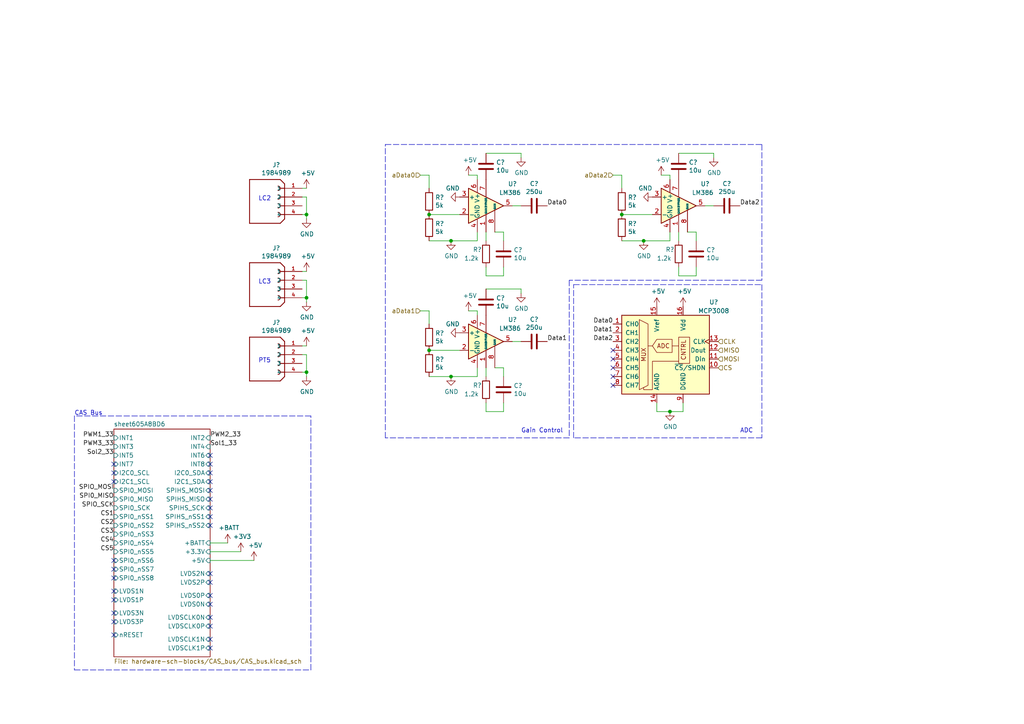
<source format=kicad_sch>
(kicad_sch (version 20211123) (generator eeschema)
  (paper "A4")
  (lib_symbols
    (symbol "Amplifier_Audio:LM386" (pin_names (offset 0.127))
      (property "Reference" "U" (at 1.27 7.62 0))
      (property "Value" "LM386" (at 1.27 5.08 0))
      (symbol "LM386_0_1"
        (polyline (pts (xy 5.08 0) (xy -5.08 5.08) (xy -5.08 -5.08) (xy 5.08 0)) (stroke (width 0.254)) (fill (type background)))
      )
      (symbol "LM386_1_1"
        (pin input line (at 0 -7.62 90) (length 5.08) (name "GAIN") (number "1"))
        (pin input line (at -7.62 -2.54 0) (length 2.54) (name "-") (number "2"))
        (pin input line (at -7.62 2.54 0) (length 2.54) (name "+") (number "3"))
        (pin power_in line (at -2.54 -7.62 90) (length 3.81) (name "GND") (number "4"))
        (pin output line (at 7.62 0 180) (length 2.54) (name "~") (number "5"))
        (pin power_in line (at -2.54 7.62 270) (length 3.81) (name "V+") (number "6"))
        (pin input line (at 0 7.62 270) (length 5.08) (name "BYPASS") (number "7"))
        (pin input line (at 2.54 -7.62 90) (length 6.35) (name "GAIN") (number "8"))
      )
    )
    (symbol "Analog_ADC:MCP3008" (pin_names (offset 1.016))
      (property "Reference" "U" (at -5.08 13.335 0))
      (property "Value" "MCP3008" (at -5.08 11.43 0))
      (symbol "MCP3008_0_0"
        (text "ADC" (at -0.635 1.27 0) (effects (font (size 1.27 1.27))))
        (text "CNTRL" (at 5.969 -2.921 900) (effects (font (size 1.27 1.27)) (justify left bottom)))
        (text "MUX" (at -6.35 -1.27 900) (effects (font (size 1.27 1.27))))
      )
      (symbol "MCP3008_0_1"
        (polyline (pts (xy -3.81 1.27) (xy -5.08 1.27)))
        (polyline (pts (xy 1.905 1.27) (xy 3.81 1.27)))
        (polyline (pts (xy -7.62 8.89) (xy -7.62 -11.43) (xy -5.08 -10.16) (xy -5.08 7.62) (xy -7.62 8.89)))
        (polyline (pts (xy 3.81 -3.175) (xy -3.81 -3.175) (xy -3.81 -11.43) (xy -6.35 -11.43) (xy -6.35 -10.795)))
        (polyline (pts (xy 1.905 3.175) (xy 1.905 -0.635) (xy -2.54 -0.635) (xy -3.81 1.27) (xy -2.54 3.175) (xy 1.905 3.175)))
        (rectangle (start 3.81 -3.81) (end 6.985 3.81))
        (rectangle (start 12.7 -12.7) (end -12.7 10.16) (stroke (width 0.254)) (fill (type background)))
      )
      (symbol "MCP3008_1_1"
        (pin input line (at -15.24 7.62 0) (length 2.54) (name "CH0") (number "1"))
        (pin input line (at 15.24 -5.08 180) (length 2.54) (name "~{CS}/SHDN") (number "10"))
        (pin input line (at 15.24 -2.54 180) (length 2.54) (name "Din") (number "11"))
        (pin output line (at 15.24 0 180) (length 2.54) (name "Dout") (number "12"))
        (pin input clock (at 15.24 2.54 180) (length 2.54) (name "CLK") (number "13"))
        (pin power_in line (at -2.54 -15.24 90) (length 2.54) (name "AGND") (number "14"))
        (pin power_in line (at -2.54 12.7 270) (length 2.54) (name "Vref") (number "15"))
        (pin power_in line (at 5.08 12.7 270) (length 2.54) (name "Vdd") (number "16"))
        (pin input line (at -15.24 5.08 0) (length 2.54) (name "CH1") (number "2"))
        (pin input line (at -15.24 2.54 0) (length 2.54) (name "CH2") (number "3"))
        (pin input line (at -15.24 0 0) (length 2.54) (name "CH3") (number "4"))
        (pin input line (at -15.24 -2.54 0) (length 2.54) (name "CH4") (number "5"))
        (pin input line (at -15.24 -5.08 0) (length 2.54) (name "CH5") (number "6"))
        (pin input line (at -15.24 -7.62 0) (length 2.54) (name "CH6") (number "7"))
        (pin input line (at -15.24 -10.16 0) (length 2.54) (name "CH7") (number "8"))
        (pin power_in line (at 5.08 -15.24 90) (length 2.54) (name "DGND") (number "9"))
      )
    )
    (symbol "Device:C" (pin_numbers hide) (pin_names (offset 0.254))
      (property "Reference" "C" (at 0.635 2.54 0))
      (property "Value" "C" (at 0.635 -2.54 0))
      (symbol "C_0_1"
        (polyline (pts (xy -2.032 -0.762) (xy 2.032 -0.762)) (stroke (width 0.508)))
        (polyline (pts (xy -2.032 0.762) (xy 2.032 0.762)) (stroke (width 0.508)))
      )
      (symbol "C_1_1"
        (pin passive line (at 0 3.81 270) (length 2.794) (name "~") (number "1"))
        (pin passive line (at 0 -3.81 90) (length 2.794) (name "~") (number "2"))
      )
    )
    (symbol "Device:R" (pin_numbers hide) (pin_names (offset 0))
      (property "Reference" "R" (at 2.032 0 90))
      (property "Value" "R" (at 0 0 90))
      (symbol "R_0_1"
        (rectangle (start -1.016 -2.54) (end 1.016 2.54) (stroke (width 0.254)))
      )
      (symbol "R_1_1"
        (pin passive line (at 0 3.81 270) (length 1.27) (name "~") (number "1"))
        (pin passive line (at 0 -3.81 90) (length 1.27) (name "~") (number "2"))
      )
    )
    (symbol "Prop-rescue:1984989-star-common-lib" (pin_names (offset 1.016))
      (property "Reference" "J" (at -5.08 6.35 0))
      (property "Value" "1984989-star-common-lib" (at -5.08 -8.89 0))
      (symbol "1984989-star-common-lib_0_0"
        (polyline (pts (xy -5.08 -7.62) (xy -5.08 5.08)) (stroke (width 0.254)))
        (polyline (pts (xy -5.08 5.08) (xy 3.81 5.08)) (stroke (width 0.254)))
        (polyline (pts (xy 3.81 -7.62) (xy -5.08 -7.62)) (stroke (width 0.254)))
        (polyline (pts (xy 5.08 -6.35) (xy 3.81 -7.62)) (stroke (width 0.254)))
        (polyline (pts (xy 5.08 -5.08) (xy 3.81 -5.08)) (stroke (width 0.254)))
        (polyline (pts (xy 5.08 -2.54) (xy 3.81 -2.54)) (stroke (width 0.254)))
        (polyline (pts (xy 5.08 0) (xy 3.81 0)) (stroke (width 0.254)))
        (polyline (pts (xy 5.08 2.54) (xy 3.81 2.54)) (stroke (width 0.254)))
        (polyline (pts (xy 5.08 2.54) (xy 5.08 -6.35)) (stroke (width 0.254)))
        (polyline (pts (xy 5.08 3.81) (xy 3.81 5.08)) (stroke (width 0.254)))
        (polyline (pts (xy 5.08 3.81) (xy 5.08 2.54)) (stroke (width 0.254)))
        (arc (start 3.175 -5.715) (mid 3.81 -5.08) (end 3.175 -4.445) (stroke (width 0.254)))
        (arc (start 3.175 -3.175) (mid 3.81 -2.54) (end 3.175 -1.905) (stroke (width 0.254)))
        (arc (start 3.175 -0.635) (mid 3.81 0) (end 3.175 0.635) (stroke (width 0.254)))
        (arc (start 3.175 1.905) (mid 3.81 2.54) (end 3.175 3.175) (stroke (width 0.254)))
        (pin passive line (at 10.16 2.54 180) (length 5.08) (name "1") (number "1"))
        (pin passive line (at 10.16 0 180) (length 5.08) (name "2") (number "2"))
        (pin passive line (at 10.16 -2.54 180) (length 5.08) (name "3") (number "3"))
        (pin passive line (at 10.16 -5.08 180) (length 5.08) (name "4") (number "4"))
      )
    )
    (symbol "power:+3V3" (power) (pin_names (offset 0))
      (property "Value" "+3V3" (at 0 3.556 0))
      (symbol "+3V3_0_1"
        (polyline (pts (xy -0.762 1.27) (xy 0 2.54)))
        (polyline (pts (xy 0 0) (xy 0 2.54)))
        (polyline (pts (xy 0 2.54) (xy 0.762 1.27)))
      )
      (symbol "+3V3_1_1"
        (pin power_in line (at 0 0 90) (length 0) hide (name "+3V3") (number "1"))
      )
    )
    (symbol "power:+5V" (power) (pin_names (offset 0))
      (property "Value" "+5V" (at 0 3.556 0))
      (symbol "+5V_0_1"
        (polyline (pts (xy -0.762 1.27) (xy 0 2.54)))
        (polyline (pts (xy 0 0) (xy 0 2.54)))
        (polyline (pts (xy 0 2.54) (xy 0.762 1.27)))
      )
      (symbol "+5V_1_1"
        (pin power_in line (at 0 0 90) (length 0) hide (name "+5V") (number "1"))
      )
    )
    (symbol "power:+BATT" (power) (pin_names (offset 0))
      (property "Value" "+BATT" (at 0 3.556 0))
      (symbol "+BATT_0_1"
        (polyline (pts (xy -0.762 1.27) (xy 0 2.54)))
        (polyline (pts (xy 0 0) (xy 0 2.54)))
        (polyline (pts (xy 0 2.54) (xy 0.762 1.27)))
      )
      (symbol "+BATT_1_1"
        (pin power_in line (at 0 0 90) (length 0) hide (name "+BATT") (number "1"))
      )
    )
    (symbol "power:GND" (power) (pin_names (offset 0))
      (property "Value" "GND" (at 0 -3.81 0))
      (symbol "GND_0_1"
        (polyline (pts (xy 0 0) (xy 0 -1.27) (xy 1.27 -1.27) (xy 0 -2.54) (xy -1.27 -1.27) (xy 0 -1.27)))
      )
      (symbol "GND_1_1"
        (pin power_in line (at 0 0 270) (length 0) hide (name "GND") (number "1"))
      )
    )
  )
  (junction (at 130.81 109.22))
  (junction (at 180.34 62.23))
  (junction (at 124.46 101.6))
  (junction (at 186.69 69.85))
  (junction (at 88.9 107.95))
  (junction (at 124.46 62.23))
  (junction (at 194.31 119.38))
  (junction (at 130.81 69.85))
  (junction (at 88.9 86.36))
  (junction (at 88.9 62.23))
  (no_connect (at 33.02 137.16))
  (no_connect (at 60.96 187.96))
  (no_connect (at 177.8 104.14))
  (no_connect (at 60.96 134.62))
  (no_connect (at 177.8 111.76))
  (no_connect (at 33.02 167.64))
  (no_connect (at 33.02 173.99))
  (no_connect (at 60.96 144.78))
  (no_connect (at 60.96 147.32))
  (no_connect (at 60.96 181.61))
  (no_connect (at 60.96 175.26))
  (no_connect (at 60.96 137.16))
  (no_connect (at 60.96 168.91))
  (no_connect (at 60.96 149.86))
  (no_connect (at 33.02 180.34))
  (no_connect (at 60.96 139.7))
  (no_connect (at 33.02 171.45))
  (no_connect (at 60.96 152.4))
  (no_connect (at 60.96 185.42))
  (no_connect (at 33.02 184.15))
  (no_connect (at 177.8 106.68))
  (no_connect (at 60.96 166.37))
  (no_connect (at 33.02 162.56))
  (no_connect (at 60.96 179.07))
  (no_connect (at 33.02 134.62))
  (no_connect (at 60.96 142.24))
  (no_connect (at 33.02 177.8))
  (no_connect (at 33.02 139.7))
  (no_connect (at 60.96 132.08))
  (no_connect (at 33.02 165.1))
  (no_connect (at 60.96 172.72))
  (no_connect (at 177.8 101.6))
  (no_connect (at 177.8 109.22))
  (wire (pts (xy 151.13 83.82) (xy 140.97 83.82)))
  (polyline (pts (xy 21.59 194.31) (xy 90.17 194.31)))
  (wire (pts (xy 138.43 67.31) (xy 138.43 69.85)))
  (polyline (pts (xy 90.17 120.65) (xy 21.59 120.65)))
  (wire (pts (xy 138.43 106.68) (xy 138.43 109.22)))
  (wire (pts (xy 88.9 78.74) (xy 87.63 78.74)))
  (wire (pts (xy 135.89 90.17) (xy 138.43 90.17)))
  (wire (pts (xy 199.39 67.31) (xy 201.93 67.31)))
  (wire (pts (xy 60.96 157.48) (xy 66.04 157.48)))
  (wire (pts (xy 198.12 119.38) (xy 198.12 116.84)))
  (wire (pts (xy 88.9 62.23) (xy 88.9 57.15)))
  (wire (pts (xy 140.97 119.38) (xy 140.97 116.84)))
  (polyline (pts (xy 21.59 120.65) (xy 21.59 194.31)))
  (wire (pts (xy 73.66 162.56) (xy 60.96 162.56)))
  (wire (pts (xy 146.05 77.47) (xy 146.05 80.01)))
  (wire (pts (xy 151.13 45.72) (xy 151.13 44.45)))
  (wire (pts (xy 124.46 62.23) (xy 133.35 62.23)))
  (wire (pts (xy 88.9 107.95) (xy 88.9 102.87)))
  (wire (pts (xy 196.85 69.85) (xy 196.85 67.31)))
  (wire (pts (xy 138.43 109.22) (xy 130.81 109.22)))
  (wire (pts (xy 201.93 77.47) (xy 201.93 80.01)))
  (polyline (pts (xy 90.17 194.31) (xy 90.17 120.65)))
  (wire (pts (xy 194.31 119.38) (xy 190.5 119.38)))
  (wire (pts (xy 135.89 50.8) (xy 138.43 50.8)))
  (wire (pts (xy 87.63 86.36) (xy 88.9 86.36)))
  (wire (pts (xy 124.46 50.8) (xy 121.92 50.8)))
  (wire (pts (xy 124.46 101.6) (xy 133.35 101.6)))
  (wire (pts (xy 194.31 69.85) (xy 186.69 69.85)))
  (wire (pts (xy 146.05 67.31) (xy 146.05 69.85)))
  (polyline (pts (xy 220.98 41.91) (xy 220.98 81.28)))
  (wire (pts (xy 151.13 99.06) (xy 148.59 99.06)))
  (wire (pts (xy 180.34 50.8) (xy 177.8 50.8)))
  (wire (pts (xy 151.13 59.69) (xy 148.59 59.69)))
  (polyline (pts (xy 111.76 127) (xy 111.76 41.91)))
  (wire (pts (xy 124.46 50.8) (xy 124.46 54.61)))
  (wire (pts (xy 138.43 90.17) (xy 138.43 91.44)))
  (wire (pts (xy 88.9 87.63) (xy 88.9 86.36)))
  (polyline (pts (xy 165.1 81.28) (xy 165.1 127)))
  (wire (pts (xy 146.05 80.01) (xy 140.97 80.01)))
  (wire (pts (xy 191.77 50.8) (xy 194.31 50.8)))
  (wire (pts (xy 124.46 109.22) (xy 130.81 109.22)))
  (polyline (pts (xy 165.1 127) (xy 111.76 127)))
  (wire (pts (xy 69.85 160.02) (xy 60.96 160.02)))
  (wire (pts (xy 146.05 106.68) (xy 146.05 109.22)))
  (polyline (pts (xy 220.98 82.55) (xy 220.98 127)))
  (wire (pts (xy 143.51 106.68) (xy 146.05 106.68)))
  (wire (pts (xy 138.43 50.8) (xy 138.43 52.07)))
  (wire (pts (xy 196.85 80.01) (xy 196.85 77.47)))
  (wire (pts (xy 207.01 45.72) (xy 207.01 44.45)))
  (wire (pts (xy 140.97 80.01) (xy 140.97 77.47)))
  (wire (pts (xy 140.97 69.85) (xy 140.97 67.31)))
  (wire (pts (xy 88.9 100.33) (xy 87.63 100.33)))
  (wire (pts (xy 180.34 50.8) (xy 180.34 54.61)))
  (wire (pts (xy 140.97 109.22) (xy 140.97 106.68)))
  (wire (pts (xy 88.9 102.87) (xy 87.63 102.87)))
  (wire (pts (xy 180.34 69.85) (xy 186.69 69.85)))
  (wire (pts (xy 146.05 116.84) (xy 146.05 119.38)))
  (wire (pts (xy 124.46 90.17) (xy 124.46 93.98)))
  (wire (pts (xy 88.9 54.61) (xy 87.63 54.61)))
  (wire (pts (xy 194.31 67.31) (xy 194.31 69.85)))
  (polyline (pts (xy 111.76 41.91) (xy 220.98 41.91)))
  (wire (pts (xy 146.05 119.38) (xy 140.97 119.38)))
  (wire (pts (xy 88.9 109.22) (xy 88.9 107.95)))
  (wire (pts (xy 201.93 67.31) (xy 201.93 69.85)))
  (polyline (pts (xy 166.37 82.55) (xy 220.98 82.55)))
  (wire (pts (xy 124.46 69.85) (xy 130.81 69.85)))
  (wire (pts (xy 207.01 44.45) (xy 196.85 44.45)))
  (wire (pts (xy 194.31 119.38) (xy 198.12 119.38)))
  (wire (pts (xy 201.93 80.01) (xy 196.85 80.01)))
  (wire (pts (xy 88.9 81.28) (xy 87.63 81.28)))
  (wire (pts (xy 190.5 119.38) (xy 190.5 116.84)))
  (wire (pts (xy 180.34 62.23) (xy 189.23 62.23)))
  (wire (pts (xy 87.63 62.23) (xy 88.9 62.23)))
  (polyline (pts (xy 166.37 127) (xy 166.37 82.55)))
  (wire (pts (xy 207.01 59.69) (xy 204.47 59.69)))
  (wire (pts (xy 138.43 69.85) (xy 130.81 69.85)))
  (polyline (pts (xy 220.98 81.28) (xy 165.1 81.28)))
  (wire (pts (xy 88.9 63.5) (xy 88.9 62.23)))
  (wire (pts (xy 124.46 90.17) (xy 121.92 90.17)))
  (wire (pts (xy 87.63 107.95) (xy 88.9 107.95)))
  (wire (pts (xy 88.9 57.15) (xy 87.63 57.15)))
  (wire (pts (xy 151.13 44.45) (xy 140.97 44.45)))
  (polyline (pts (xy 220.98 127) (xy 166.37 127)))
  (wire (pts (xy 151.13 85.09) (xy 151.13 83.82)))
  (wire (pts (xy 143.51 67.31) (xy 146.05 67.31)))
  (wire (pts (xy 88.9 86.36) (xy 88.9 81.28)))
  (wire (pts (xy 194.31 50.8) (xy 194.31 52.07)))
  (text "CAS Bus" (at 21.59 120.65 0) (effects (font (size 1.27 1.27)) (justify left bottom)))
  (text "LC2" (at 74.93 58.42 0) (effects (font (size 1.27 1.27)) (justify left bottom)))
  (text "Gain Control" (at 151.13 125.73 0) (effects (font (size 1.27 1.27)) (justify left bottom)))
  (text "ADC" (at 214.63 125.73 0) (effects (font (size 1.27 1.27)) (justify left bottom)))
  (text "PT5" (at 74.93 105.41 0) (effects (font (size 1.27 1.27)) (justify left bottom)))
  (text "LC3" (at 74.93 82.55 0) (effects (font (size 1.27 1.27)) (justify left bottom)))
  (label "CS4" (at 33.02 157.48 180))
  (label "Data0" (at 158.75 59.69 0))
  (label "CS2" (at 33.02 152.4 180))
  (label "Data0" (at 177.8 93.98 180))
  (label "Sol1_33" (at 60.96 129.54 0))
  (label "PWM1_33" (at 33.02 127 180))
  (label "Sol2_33" (at 33.02 132.08 180))
  (label "Data1" (at 177.8 96.52 180))
  (label "CS3" (at 33.02 154.94 180))
  (label "Data2" (at 177.8 99.06 180))
  (label "SPI0_MISO" (at 33.02 144.78 180))
  (label "Data1" (at 158.75 99.06 0))
  (label "PWM3_33" (at 33.02 129.54 180))
  (label "Data2" (at 214.63 59.69 0))
  (label "SPIO_SCK" (at 33.02 147.32 180))
  (label "SPIO_MOSI" (at 33.02 142.24 180))
  (label "CS1" (at 33.02 149.86 180))
  (label "PWM2_33" (at 60.96 127 0))
  (label "CS5" (at 33.02 160.02 180))
  (hierarchical_label "CLK" (shape input) (at 208.28 99.06 0))
  (hierarchical_label "MOSI" (shape input) (at 208.28 104.14 0))
  (hierarchical_label "aData0" (shape input) (at 121.92 50.8 180))
  (hierarchical_label "aData2" (shape input) (at 177.8 50.8 180))
  (hierarchical_label "CS" (shape input) (at 208.28 106.68 0))
  (hierarchical_label "aData1" (shape input) (at 121.92 90.17 180))
  (hierarchical_label "MISO" (shape input) (at 208.28 101.6 0))
  (symbol (lib_id "Amplifier_Audio:LM386") (at 140.97 59.69 0) (unit 1)
    (property "Reference" "U?" (at 147.32 53.34 0) (effects (justify left)))
    (property "Value" "LM386" (at 144.78 55.88 0) (effects (justify left)))
    (property "Footprint" "Package_SO:SOIC-8_3.9x4.9mm_P1.27mm" (effects hide))
    (property "Datasheet" "http://www.ti.com/lit/ds/symlink/lm386.pdf" (effects hide))
  )
  (symbol (lib_id "Device:R") (at 124.46 66.04 0) (unit 1)
    (property "Reference" "R?" (at 126.238 64.8716 0) (effects (justify left)))
    (property "Value" "5k" (at 126.238 67.183 0) (effects (justify left)))
    (property "Footprint" "Resistor_SMD:R_0603_1608Metric" (effects hide))
  )
  (symbol (lib_id "power:+5V") (at 191.77 50.8 0) (unit 1)
    (property "Reference" "#PWR?" (effects hide))
    (property "Value" "+5V" (at 192.151 46.4058 0))
  )
  (symbol (lib_id "power:+5V") (at 73.66 162.56 0) (unit 1)
    (property "Reference" "#PWR?" (effects hide))
    (property "Value" "+5V" (at 74.041 158.1658 0))
  )
  (symbol (lib_id "Device:C") (at 154.94 99.06 270) (unit 1)
    (property "Reference" "C?" (at 154.94 92.6592 90))
    (property "Value" "250u" (at 154.94 94.9706 90))
    (property "Footprint" "Capacitor_SMD:C_0603_1608Metric" (effects hide))
  )
  (symbol (lib_id "Device:R") (at 140.97 73.66 0) (unit 1)
    (property "Reference" "R?" (at 137.16 72.39 0) (effects (justify left)))
    (property "Value" "1.2k" (at 134.62 74.93 0) (effects (justify left)))
    (property "Footprint" "Resistor_SMD:R_0603_1608Metric" (effects hide))
  )
  (symbol (lib_id "power:GND") (at 189.23 57.15 270) (unit 1)
    (property "Reference" "#PWR?" (effects hide))
    (property "Value" "GND" (at 189.23 54.61 90) (effects (justify right)))
  )
  (symbol (lib_id "power:GND") (at 194.31 119.38 0) (unit 1)
    (property "Reference" "#PWR?" (effects hide))
    (property "Value" "GND" (at 194.437 123.7742 0))
  )
  (symbol (lib_id "power:GND") (at 151.13 45.72 0) (unit 1)
    (property "Reference" "#PWR?" (effects hide))
    (property "Value" "GND" (at 151.257 50.1142 0))
  )
  (symbol (lib_id "power:GND") (at 133.35 96.52 270) (unit 1)
    (property "Reference" "#PWR?" (effects hide))
    (property "Value" "GND" (at 133.35 93.98 90) (effects (justify right)))
  )
  (symbol (lib_id "power:+5V") (at 88.9 54.61 0) (unit 1)
    (property "Reference" "#PWR?" (effects hide))
    (property "Value" "+5V" (at 89.281 50.2158 0))
  )
  (symbol (lib_id "power:+5V") (at 190.5 88.9 0) (unit 1)
    (property "Reference" "#PWR?" (effects hide))
    (property "Value" "+5V" (at 190.881 84.5058 0))
  )
  (symbol (lib_id "Amplifier_Audio:LM386") (at 140.97 99.06 0) (unit 1)
    (property "Reference" "U?" (at 147.32 92.71 0) (effects (justify left)))
    (property "Value" "LM386" (at 144.78 95.25 0) (effects (justify left)))
    (property "Footprint" "Package_SO:SOIC-8_3.9x4.9mm_P1.27mm" (effects hide))
    (property "Datasheet" "http://www.ti.com/lit/ds/symlink/lm386.pdf" (effects hide))
  )
  (symbol (lib_id "power:GND") (at 88.9 87.63 0) (unit 1)
    (property "Reference" "#PWR?" (effects hide))
    (property "Value" "GND" (at 89.027 92.0242 0))
  )
  (symbol (lib_id "power:GND") (at 186.69 69.85 0) (unit 1)
    (property "Reference" "#PWR?" (effects hide))
    (property "Value" "GND" (at 186.817 74.2442 0))
  )
  (symbol (lib_id "power:GND") (at 151.13 85.09 0) (unit 1)
    (property "Reference" "#PWR?" (effects hide))
    (property "Value" "GND" (at 151.257 89.4842 0))
  )
  (symbol (lib_id "Device:R") (at 180.34 58.42 0) (unit 1)
    (property "Reference" "R?" (at 182.118 57.2516 0) (effects (justify left)))
    (property "Value" "5k" (at 182.118 59.563 0) (effects (justify left)))
    (property "Footprint" "Resistor_SMD:R_0603_1608Metric" (effects hide))
  )
  (symbol (lib_id "Device:C") (at 140.97 87.63 0) (unit 1)
    (property "Reference" "C?" (at 143.891 86.4616 0) (effects (justify left)))
    (property "Value" "10u" (at 143.891 88.773 0) (effects (justify left)))
    (property "Footprint" "Capacitor_SMD:C_0603_1608Metric" (effects hide))
  )
  (symbol (lib_id "power:+BATT") (at 66.04 157.48 0) (unit 1)
    (property "Reference" "#PWR?" (effects hide))
    (property "Value" "+BATT" (at 66.421 153.0858 0))
  )
  (symbol (lib_id "Device:C") (at 146.05 113.03 0) (unit 1)
    (property "Reference" "C?" (at 148.971 111.8616 0) (effects (justify left)))
    (property "Value" "10u" (at 148.971 114.173 0) (effects (justify left)))
    (property "Footprint" "Capacitor_SMD:C_0603_1608Metric" (effects hide))
  )
  (symbol (lib_id "Device:R") (at 124.46 97.79 0) (unit 1)
    (property "Reference" "R?" (at 126.238 96.6216 0) (effects (justify left)))
    (property "Value" "5k" (at 126.238 98.933 0) (effects (justify left)))
    (property "Footprint" "Resistor_SMD:R_0603_1608Metric" (effects hide))
  )
  (symbol (lib_id "Device:C") (at 210.82 59.69 270) (unit 1)
    (property "Reference" "C?" (at 210.82 53.2892 90))
    (property "Value" "250u" (at 210.82 55.6006 90))
    (property "Footprint" "Capacitor_SMD:C_0603_1608Metric" (effects hide))
  )
  (symbol (lib_id "power:+3V3") (at 69.85 160.02 0) (unit 1)
    (property "Reference" "#PWR?" (effects hide))
    (property "Value" "+3V3" (at 70.231 155.6258 0))
  )
  (symbol (lib_id "Amplifier_Audio:LM386") (at 196.85 59.69 0) (unit 1)
    (property "Reference" "U?" (at 203.2 53.34 0) (effects (justify left)))
    (property "Value" "LM386" (at 200.66 55.88 0) (effects (justify left)))
    (property "Footprint" "Package_SO:SOIC-8_3.9x4.9mm_P1.27mm" (effects hide))
    (property "Datasheet" "http://www.ti.com/lit/ds/symlink/lm386.pdf" (effects hide))
  )
  (symbol (lib_id "power:GND") (at 130.81 109.22 0) (unit 1)
    (property "Reference" "#PWR?" (effects hide))
    (property "Value" "GND" (at 130.937 113.6142 0))
  )
  (symbol (lib_id "Prop-rescue:1984989-star-common-lib") (at 77.47 81.28 0) (unit 1)
    (property "Reference" "J?" (at 80.137 71.9582 0))
    (property "Value" "1984989" (at 80.137 74.2696 0))
    (property "Footprint" "star-common-lib:PHOENIX_1984989" (effects hide))
    (property "Datasheet" "https://media.digikey.com/pdf/Data%20Sheets/Phoenix%20Contact%20PDFs/COMBICON%20Spring-Cage%20PCB%20Term.%20Blocks.pdf" (effects hide))
    (property "MAXIMUM_PACKAGE_HEIGHT" "13.1mm" (effects hide))
    (property "MANUFACTURER" "Phoenix Contact" (effects hide))
    (property "PARTREV" "2018-11-03" (effects hide))
    (property "STANDARD" "Manufacturer recommendations" (effects hide))
  )
  (symbol (lib_id "Device:C") (at 196.85 48.26 0) (unit 1)
    (property "Reference" "C?" (at 199.771 47.0916 0) (effects (justify left)))
    (property "Value" "10u" (at 199.771 49.403 0) (effects (justify left)))
    (property "Footprint" "Capacitor_SMD:C_0603_1608Metric" (effects hide))
  )
  (symbol (lib_id "Device:C") (at 146.05 73.66 0) (unit 1)
    (property "Reference" "C?" (at 148.971 72.4916 0) (effects (justify left)))
    (property "Value" "10u" (at 148.971 74.803 0) (effects (justify left)))
    (property "Footprint" "Capacitor_SMD:C_0603_1608Metric" (effects hide))
  )
  (symbol (lib_id "power:+5V") (at 88.9 100.33 0) (unit 1)
    (property "Reference" "#PWR?" (effects hide))
    (property "Value" "+5V" (at 89.281 95.9358 0))
  )
  (symbol (lib_id "Device:R") (at 196.85 73.66 0) (unit 1)
    (property "Reference" "R?" (at 193.04 72.39 0) (effects (justify left)))
    (property "Value" "1.2k" (at 190.5 74.93 0) (effects (justify left)))
    (property "Footprint" "Resistor_SMD:R_0603_1608Metric" (effects hide))
  )
  (symbol (lib_id "power:+5V") (at 135.89 50.8 0) (unit 1)
    (property "Reference" "#PWR?" (effects hide))
    (property "Value" "+5V" (at 136.271 46.4058 0))
  )
  (symbol (lib_id "power:GND") (at 130.81 69.85 0) (unit 1)
    (property "Reference" "#PWR?" (effects hide))
    (property "Value" "GND" (at 130.937 74.2442 0))
  )
  (symbol (lib_id "Analog_ADC:MCP3008") (at 193.04 101.6 0) (unit 1)
    (property "Reference" "U?" (at 207.01 87.63 0))
    (property "Value" "MCP3008" (at 207.01 90.17 0))
    (property "Footprint" "Package_SO:SOIC-16_3.9x9.9mm_P1.27mm" (effects hide))
    (property "Datasheet" "http://ww1.microchip.com/downloads/en/DeviceDoc/21295d.pdf" (effects hide))
  )
  (symbol (lib_id "power:GND") (at 88.9 109.22 0) (unit 1)
    (property "Reference" "#PWR?" (effects hide))
    (property "Value" "GND" (at 89.027 113.6142 0))
  )
  (symbol (lib_id "Device:R") (at 180.34 66.04 0) (unit 1)
    (property "Reference" "R?" (at 182.118 64.8716 0) (effects (justify left)))
    (property "Value" "5k" (at 182.118 67.183 0) (effects (justify left)))
    (property "Footprint" "Resistor_SMD:R_0603_1608Metric" (effects hide))
  )
  (symbol (lib_id "Device:C") (at 140.97 48.26 0) (unit 1)
    (property "Reference" "C?" (at 143.891 47.0916 0) (effects (justify left)))
    (property "Value" "10u" (at 143.891 49.403 0) (effects (justify left)))
    (property "Footprint" "Capacitor_SMD:C_0603_1608Metric" (effects hide))
  )
  (symbol (lib_id "Device:R") (at 140.97 113.03 0) (unit 1)
    (property "Reference" "R?" (at 137.16 111.76 0) (effects (justify left)))
    (property "Value" "1.2k" (at 134.62 114.3 0) (effects (justify left)))
    (property "Footprint" "Resistor_SMD:R_0603_1608Metric" (effects hide))
  )
  (symbol (lib_id "power:GND") (at 133.35 57.15 270) (unit 1)
    (property "Reference" "#PWR?" (effects hide))
    (property "Value" "GND" (at 133.35 54.61 90) (effects (justify right)))
  )
  (symbol (lib_id "Prop-rescue:1984989-star-common-lib") (at 77.47 102.87 0) (unit 1)
    (property "Reference" "J?" (at 80.137 93.5482 0))
    (property "Value" "1984989" (at 80.137 95.8596 0))
    (property "Footprint" "star-common-lib:PHOENIX_1984989" (effects hide))
    (property "Datasheet" "https://media.digikey.com/pdf/Data%20Sheets/Phoenix%20Contact%20PDFs/COMBICON%20Spring-Cage%20PCB%20Term.%20Blocks.pdf" (effects hide))
    (property "MAXIMUM_PACKAGE_HEIGHT" "13.1mm" (effects hide))
    (property "MANUFACTURER" "Phoenix Contact" (effects hide))
    (property "PARTREV" "2018-11-03" (effects hide))
    (property "STANDARD" "Manufacturer recommendations" (effects hide))
  )
  (symbol (lib_id "Device:C") (at 154.94 59.69 270) (unit 1)
    (property "Reference" "C?" (at 154.94 53.2892 90))
    (property "Value" "250u" (at 154.94 55.6006 90))
    (property "Footprint" "Capacitor_SMD:C_0603_1608Metric" (effects hide))
  )
  (symbol (lib_id "power:GND") (at 207.01 45.72 0) (unit 1)
    (property "Reference" "#PWR?" (effects hide))
    (property "Value" "GND" (at 207.137 50.1142 0))
  )
  (symbol (lib_id "Device:R") (at 124.46 58.42 0) (unit 1)
    (property "Reference" "R?" (at 126.238 57.2516 0) (effects (justify left)))
    (property "Value" "5k" (at 126.238 59.563 0) (effects (justify left)))
    (property "Footprint" "Resistor_SMD:R_0603_1608Metric" (effects hide))
  )
  (symbol (lib_id "Prop-rescue:1984989-star-common-lib") (at 77.47 57.15 0) (unit 1)
    (property "Reference" "J?" (at 80.137 47.8282 0))
    (property "Value" "1984989" (at 80.137 50.1396 0))
    (property "Footprint" "star-common-lib:PHOENIX_1984989" (effects hide))
    (property "Datasheet" "https://media.digikey.com/pdf/Data%20Sheets/Phoenix%20Contact%20PDFs/COMBICON%20Spring-Cage%20PCB%20Term.%20Blocks.pdf" (effects hide))
    (property "MAXIMUM_PACKAGE_HEIGHT" "13.1mm" (effects hide))
    (property "MANUFACTURER" "Phoenix Contact" (effects hide))
    (property "PARTREV" "2018-11-03" (effects hide))
    (property "STANDARD" "Manufacturer recommendations" (effects hide))
  )
  (symbol (lib_id "power:GND") (at 88.9 63.5 0) (unit 1)
    (property "Reference" "#PWR?" (effects hide))
    (property "Value" "GND" (at 89.027 67.8942 0))
  )
  (symbol (lib_id "power:+5V") (at 88.9 78.74 0) (unit 1)
    (property "Reference" "#PWR?" (effects hide))
    (property "Value" "+5V" (at 89.281 74.3458 0))
  )
  (symbol (lib_id "power:+5V") (at 135.89 90.17 0) (unit 1)
    (property "Reference" "#PWR?" (effects hide))
    (property "Value" "+5V" (at 136.271 85.7758 0))
  )
  (symbol (lib_id "Device:R") (at 124.46 105.41 0) (unit 1)
    (property "Reference" "R?" (at 126.238 104.2416 0) (effects (justify left)))
    (property "Value" "5k" (at 126.238 106.553 0) (effects (justify left)))
    (property "Footprint" "Resistor_SMD:R_0603_1608Metric" (effects hide))
  )
  (symbol (lib_id "power:+5V") (at 198.12 88.9 0) (unit 1)
    (property "Reference" "#PWR?" (effects hide))
    (property "Value" "+5V" (at 198.501 84.5058 0))
  )
  (symbol (lib_id "Device:C") (at 201.93 73.66 0) (unit 1)
    (property "Reference" "C?" (at 204.851 72.4916 0) (effects (justify left)))
    (property "Value" "10u" (at 204.851 74.803 0) (effects (justify left)))
    (property "Footprint" "Capacitor_SMD:C_0603_1608Metric" (effects hide))
  )
  (sheet (at 33.02 124.46) (size 27.94 66.04)
    (property "Sheet name" "sheet605A8BD6" (at 33.02 123.7484 0) (effects (justify left bottom)))
    (property "Sheet file" "hardware-sch-blocks/CAS_bus/CAS_bus.kicad_sch" (at 33.02 191.0846 0) (effects (justify left top)))
    (pin "INT1" input (at 33.02 127 180))
    (pin "INT3" input (at 33.02 129.54 180))
    (pin "INT5" input (at 33.02 132.08 180))
    (pin "I2C0_SCL" input (at 33.02 137.16 180))
    (pin "I2C1_SCL" input (at 33.02 139.7 180))
    (pin "INT7" input (at 33.02 134.62 180))
    (pin "INT2" input (at 60.96 127 0))
    (pin "INT4" input (at 60.96 129.54 0))
    (pin "INT6" input (at 60.96 132.08 0))
    (pin "I2C0_SDA" input (at 60.96 137.16 0))
    (pin "I2C1_SDA" input (at 60.96 139.7 0))
    (pin "INT8" input (at 60.96 134.62 0))
    (pin "SPI0_nSS2" input (at 33.02 152.4 180))
    (pin "SPI0_nSS3" input (at 33.02 154.94 180))
    (pin "SPI0_nSS4" input (at 33.02 157.48 180))
    (pin "SPI0_nSS5" input (at 33.02 160.02 180))
    (pin "SPI0_nSS6" input (at 33.02 162.56 180))
    (pin "SPI0_nSS7" input (at 33.02 165.1 180))
    (pin "SPI0_nSS8" input (at 33.02 167.64 180))
    (pin "SPIHS_SCK" input (at 60.96 147.32 0))
    (pin "SPIHS_MISO" input (at 60.96 144.78 0))
    (pin "SPIHS_MOSI" input (at 60.96 142.24 0))
    (pin "SPIHS_nSS1" input (at 60.96 149.86 0))
    (pin "SPIHS_nSS2" input (at 60.96 152.4 0))
    (pin "+3.3V" input (at 60.96 160.02 0))
    (pin "+5V" input (at 60.96 162.56 0))
    (pin "+BATT" input (at 60.96 157.48 0))
    (pin "SPI0_MOSI" input (at 33.02 142.24 180))
    (pin "SPI0_MISO" input (at 33.02 144.78 180))
    (pin "SPI0_SCK" input (at 33.02 147.32 180))
    (pin "SPI0_nSS1" input (at 33.02 149.86 180))
    (pin "LVDS2N" input (at 60.96 166.37 0))
    (pin "LVDS2P" input (at 60.96 168.91 0))
    (pin "LVDS0N" input (at 60.96 175.26 0))
    (pin "LVDSCLK0N" input (at 60.96 179.07 0))
    (pin "LVDSCLK0P" input (at 60.96 181.61 0))
    (pin "LVDS0P" input (at 60.96 172.72 0))
    (pin "LVDS1N" input (at 33.02 171.45 180))
    (pin "LVDS1P" input (at 33.02 173.99 180))
    (pin "LVDS3N" input (at 33.02 177.8 180))
    (pin "LVDS3P" input (at 33.02 180.34 180))
    (pin "LVDSCLK1N" input (at 60.96 185.42 0))
    (pin "LVDSCLK1P" input (at 60.96 187.96 0))
    (pin "nRESET" input (at 33.02 184.15 180))
  )
)
</source>
